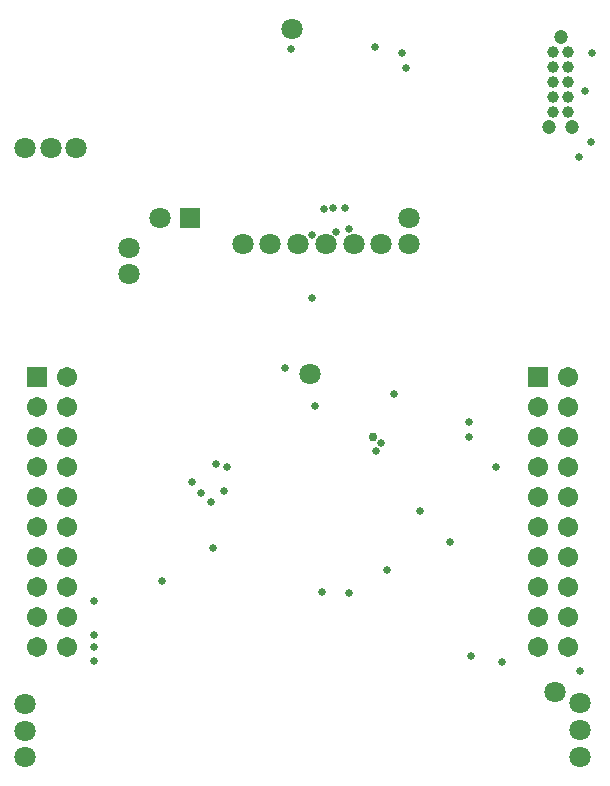
<source format=gbs>
%FSDAX23Y23*%
%MOIN*%
%SFA1B1*%

%IPPOS*%
%ADD78C,0.047020*%
%ADD79C,0.070990*%
%ADD80R,0.067060X0.067060*%
%ADD81C,0.067060*%
%ADD82R,0.070990X0.070990*%
%ADD83C,0.025720*%
%ADD84C,0.029720*%
%ADD94C,0.038980*%
%LNtivac-1*%
%LPD*%
G54D78*
X01860Y02475D03*
X01899Y02175D03*
X01820D03*
G54D79*
X01025Y01350D03*
X01925Y00165D03*
X00075Y00162D03*
Y00250D03*
X01925Y00255D03*
X01170Y01785D03*
X00965Y02500D03*
X00075Y00075D03*
X01840Y00290D03*
X01925Y00075D03*
X00160Y02105D03*
X01262Y01785D03*
X01355D03*
X00800D03*
X00892D03*
X01077D03*
X00985D03*
X00420Y01770D03*
Y01685D03*
X00075Y02105D03*
X00245D03*
X01355Y01870D03*
X00525Y01870D03*
G54D80*
X00115Y01340D03*
X01785D03*
G54D81*
X00215Y01340D03*
X00115Y01240D03*
X00215D03*
X00115Y01140D03*
X00215D03*
X00115Y01040D03*
X00215D03*
X00115Y00940D03*
X00215D03*
X00115Y00840D03*
X00215D03*
X00115Y00740D03*
X00215D03*
X00115Y00640D03*
X00215D03*
X00115Y00540D03*
X00215D03*
X00115Y00440D03*
X00215D03*
X01885Y01340D03*
X01785Y01240D03*
X01885D03*
X01785Y01140D03*
X01885D03*
X01785Y01040D03*
X01885D03*
X01785Y00940D03*
X01885D03*
X01785Y00840D03*
X01885D03*
X01785Y00740D03*
X01885D03*
X01785Y00640D03*
X01885D03*
X01785Y00540D03*
X01885D03*
X01785Y00440D03*
X01885D03*
G54D82*
X00625Y01870D03*
G54D83*
X01245Y01094D03*
X01040Y01245D03*
X00710Y01050D03*
X00748Y01041D03*
X01260Y01120D03*
X00737Y00962D03*
X01960Y02125D03*
X01920Y02075D03*
X01100Y01905D03*
X01070Y01900D03*
X00940Y01370D03*
X00700Y00770D03*
X00530Y00660D03*
X01555Y01140D03*
Y01190D03*
X01490Y00790D03*
X01030Y01605D03*
X00630Y00990D03*
X00660Y00955D03*
X00696Y00925D03*
X00305Y00440D03*
Y00393D03*
X01305Y01285D03*
X00305Y00480D03*
X01065Y00625D03*
X01155Y00620D03*
X01282Y00697D03*
X00305Y00595D03*
X01155Y01835D03*
X01110Y01825D03*
X01030Y01815D03*
X01140Y01905D03*
X01332Y02422D03*
X01940Y02295D03*
X00960Y02435D03*
X01926Y00361D03*
X01560Y00412D03*
X01390Y00895D03*
X01645Y01040D03*
X01665Y00390D03*
X01345Y02370D03*
X01240Y02440D03*
X01965Y02420D03*
G54D84*
X01235Y01139D03*
G54D94*
X01835Y02425D03*
Y02375D03*
Y02325D03*
Y02275D03*
Y02225D03*
X01885D03*
Y02275D03*
Y02325D03*
Y02375D03*
Y02425D03*
M02*
</source>
